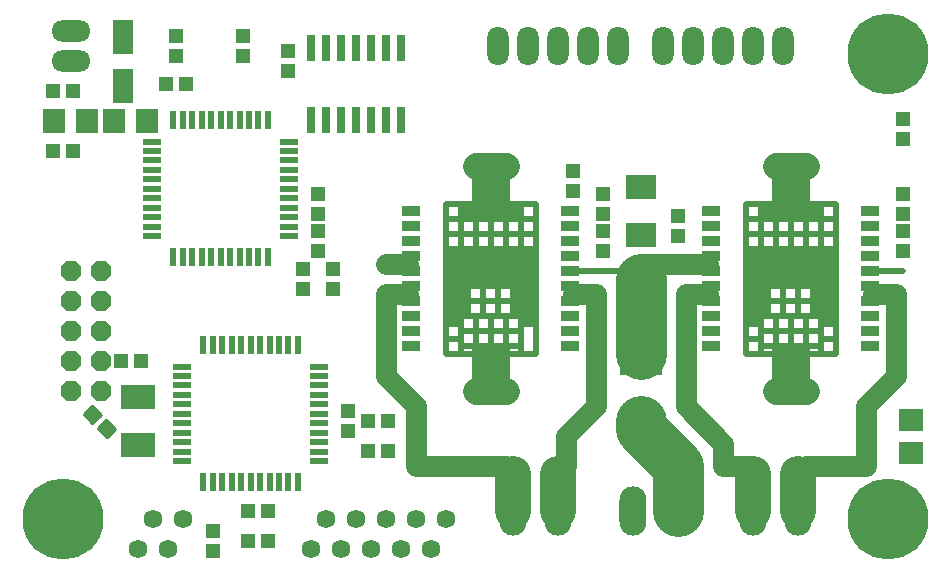
<source format=gts>
G75*
G70*
%OFA0B0*%
%FSLAX24Y24*%
%IPPOS*%
%LPD*%
%AMOC8*
5,1,8,0,0,1.08239X$1,22.5*
%
%ADD10C,0.0200*%
%ADD11C,0.0700*%
%ADD12C,0.1200*%
%ADD13C,0.0900*%
%ADD14C,0.1700*%
%ADD15R,0.0606X0.0331*%
%ADD16R,0.1272X0.1016*%
%ADD17C,0.2700*%
%ADD18R,0.0312X0.0852*%
%ADD19O,0.0712X0.1306*%
%ADD20R,0.0661X0.1134*%
%ADD21R,0.0472X0.0512*%
%ADD22R,0.0756X0.0836*%
%ADD23R,0.0512X0.0472*%
%ADD24O,0.1306X0.0712*%
%ADD25OC8,0.0672*%
%ADD26R,0.0236X0.0630*%
%ADD27R,0.0630X0.0236*%
%ADD28C,0.0624*%
%ADD29C,0.0094*%
%ADD30R,0.1140X0.0840*%
%ADD31O,0.0900X0.1650*%
%ADD32R,0.0991X0.0841*%
%ADD33R,0.1390X0.0898*%
%ADD34R,0.0836X0.0756*%
D10*
X017634Y008923D02*
X018134Y008923D01*
X018134Y009173D01*
X018634Y009173D01*
X018634Y010173D01*
X018384Y010173D01*
X018134Y010173D01*
X018134Y009923D01*
X018134Y009673D01*
X020134Y009673D01*
X020134Y009923D01*
X020134Y010173D01*
X019884Y010173D01*
X019634Y010173D01*
X019634Y009173D01*
X020134Y009173D01*
X020134Y009673D01*
X020134Y009923D02*
X020634Y009923D01*
X020634Y012423D01*
X017634Y012423D01*
X017634Y009923D01*
X018134Y009923D01*
X018134Y010012D02*
X017634Y010012D01*
X017634Y010210D02*
X018384Y010210D01*
X018384Y010173D02*
X018384Y011173D01*
X019884Y011173D01*
X019884Y010173D01*
X019884Y010210D02*
X020634Y010210D01*
X020634Y010012D02*
X020134Y010012D01*
X019884Y010409D02*
X020634Y010409D01*
X020634Y010608D02*
X019884Y010608D01*
X019884Y010673D02*
X018384Y010673D01*
X018384Y010608D02*
X017634Y010608D01*
X017634Y010806D02*
X018384Y010806D01*
X018384Y011005D02*
X017634Y011005D01*
X017634Y011203D02*
X020634Y011203D01*
X020634Y011005D02*
X019884Y011005D01*
X019884Y010806D02*
X020634Y010806D01*
X020634Y011402D02*
X017634Y011402D01*
X017634Y011600D02*
X020634Y011600D01*
X020634Y011799D02*
X017634Y011799D01*
X017634Y011997D02*
X020634Y011997D01*
X020634Y012196D02*
X017634Y012196D01*
X017634Y012394D02*
X020634Y012394D01*
X020134Y012423D02*
X020134Y013423D01*
X020634Y013423D01*
X020634Y012923D01*
X017634Y012923D01*
X017634Y009423D01*
X018134Y009423D01*
X018134Y009173D01*
X018134Y008923D02*
X020134Y008923D01*
X020134Y009173D01*
X020134Y008923D02*
X020634Y008923D01*
X020634Y012923D01*
X020634Y013423D02*
X020634Y013923D01*
X017634Y013923D01*
X017634Y013423D01*
X018134Y013423D01*
X018134Y012423D01*
X018634Y012423D02*
X018634Y013423D01*
X018134Y013423D02*
X020134Y013423D01*
X020134Y013923D01*
X018134Y013923D01*
X018134Y013423D01*
X018134Y013586D02*
X020134Y013586D01*
X020134Y013784D02*
X018134Y013784D01*
X017634Y013423D02*
X017634Y012923D01*
X019134Y012423D02*
X019134Y013423D01*
X019634Y013423D02*
X019634Y012423D01*
X019384Y011173D02*
X019384Y010173D01*
X019634Y010173D01*
X019384Y010173D02*
X019134Y010173D01*
X019134Y009173D01*
X019634Y009173D01*
X019134Y009173D02*
X018634Y009173D01*
X018134Y009423D02*
X018134Y009673D01*
X017634Y009423D02*
X017634Y008923D01*
X018634Y010173D02*
X018884Y010173D01*
X019134Y010173D01*
X018884Y010173D02*
X018884Y011173D01*
X018384Y010409D02*
X017634Y010409D01*
X021884Y011673D02*
X024134Y011673D01*
X027634Y011600D02*
X030634Y011600D01*
X030634Y011402D02*
X027634Y011402D01*
X027634Y011203D02*
X030634Y011203D01*
X030634Y011005D02*
X029884Y011005D01*
X029884Y011173D02*
X029884Y010173D01*
X029384Y010173D01*
X029384Y011173D01*
X028884Y011173D02*
X028884Y010173D01*
X028384Y010173D01*
X028384Y011173D01*
X029884Y011173D01*
X029884Y010806D02*
X030634Y010806D01*
X030634Y010608D02*
X029884Y010608D01*
X029884Y010673D02*
X028384Y010673D01*
X028384Y010608D02*
X027634Y010608D01*
X027634Y010806D02*
X028384Y010806D01*
X028384Y011005D02*
X027634Y011005D01*
X027634Y010409D02*
X028384Y010409D01*
X028384Y010210D02*
X027634Y010210D01*
X027634Y010012D02*
X028134Y010012D01*
X028134Y009923D02*
X028134Y010173D01*
X028384Y010173D01*
X028634Y010173D02*
X028634Y008923D01*
X029134Y008923D01*
X029134Y010173D01*
X029384Y010173D02*
X028884Y010173D01*
X029634Y010173D02*
X029634Y008923D01*
X030134Y008923D01*
X030134Y009173D01*
X028134Y009173D01*
X028134Y008923D01*
X028634Y008923D01*
X029134Y008923D02*
X029634Y008923D01*
X030134Y008923D02*
X030634Y008923D01*
X030634Y009423D01*
X030134Y009423D01*
X030134Y009173D01*
X030134Y009423D02*
X030134Y009673D01*
X028134Y009673D01*
X028134Y009423D01*
X028134Y009173D01*
X028134Y008923D02*
X027634Y008923D01*
X027634Y009423D01*
X028134Y009423D01*
X028134Y009673D02*
X028134Y009923D01*
X027634Y009923D01*
X027634Y012423D01*
X030634Y012423D01*
X030634Y009923D01*
X030134Y009923D01*
X030134Y009673D01*
X030134Y009923D02*
X030134Y010173D01*
X029884Y010173D01*
X029884Y010210D02*
X030634Y010210D01*
X030634Y010012D02*
X030134Y010012D01*
X029884Y010409D02*
X030634Y010409D01*
X030634Y009423D02*
X030634Y012923D01*
X027634Y012923D01*
X027634Y009423D01*
X027634Y011799D02*
X030634Y011799D01*
X030634Y011997D02*
X027634Y011997D01*
X027634Y012196D02*
X030634Y012196D01*
X030634Y012394D02*
X027634Y012394D01*
X028134Y012423D02*
X028134Y013423D01*
X027634Y013423D01*
X027634Y012923D01*
X027634Y013423D02*
X027634Y013923D01*
X030634Y013923D01*
X030634Y013423D01*
X030134Y013423D01*
X030134Y012423D01*
X029634Y012423D02*
X029634Y013423D01*
X030134Y013423D02*
X030134Y013923D01*
X028134Y013923D01*
X028134Y013423D01*
X030134Y013423D01*
X030134Y013586D02*
X028134Y013586D01*
X028134Y013784D02*
X030134Y013784D01*
X030634Y013423D02*
X030634Y012923D01*
X029134Y012423D02*
X029134Y013423D01*
X028634Y013423D02*
X028634Y012423D01*
X031884Y011673D02*
X032884Y011673D01*
D11*
X032634Y010923D02*
X031884Y010923D01*
X032634Y010923D02*
X032634Y008173D01*
X031634Y007173D01*
X031634Y005173D01*
X029634Y005173D01*
X027884Y005173D02*
X026884Y005173D01*
X026884Y005923D01*
X025634Y007173D01*
X025634Y010923D01*
X026384Y010923D01*
X026384Y011923D02*
X024134Y011923D01*
X022634Y010923D02*
X022634Y007173D01*
X021634Y006173D01*
X021634Y005173D01*
X019634Y005173D02*
X016634Y005173D01*
X016634Y007173D01*
X015634Y008173D01*
X015634Y010923D01*
X016384Y010923D01*
X016384Y011923D02*
X015634Y011923D01*
X021884Y010923D02*
X022634Y010923D01*
D12*
X021384Y004923D02*
X021384Y003673D01*
X019884Y003673D02*
X019884Y004923D01*
X027884Y004923D02*
X027884Y003673D01*
X029384Y003673D02*
X029384Y004923D01*
D13*
X029634Y007673D02*
X028634Y007673D01*
X019634Y007673D02*
X018634Y007673D01*
X018634Y015173D02*
X019634Y015173D01*
X028634Y015173D02*
X029634Y015173D01*
D14*
X024134Y011423D02*
X024134Y008923D01*
X024134Y006673D02*
X024134Y006423D01*
X025384Y005173D01*
X025384Y003673D01*
D15*
X026484Y009173D03*
X026484Y009673D03*
X026484Y010173D03*
X026484Y010673D03*
X026484Y011173D03*
X026484Y011673D03*
X026484Y012173D03*
X026484Y012673D03*
X026484Y013173D03*
X026484Y013673D03*
X021784Y013673D03*
X021784Y013173D03*
X021784Y012673D03*
X021784Y012173D03*
X021784Y011673D03*
X021784Y011173D03*
X021784Y010673D03*
X021784Y010173D03*
X021784Y009673D03*
X021784Y009173D03*
X016484Y009173D03*
X016484Y009673D03*
X016484Y010173D03*
X016484Y010673D03*
X016484Y011173D03*
X016484Y011673D03*
X016484Y012173D03*
X016484Y012673D03*
X016484Y013173D03*
X016484Y013673D03*
X031784Y013673D03*
X031784Y013173D03*
X031784Y012673D03*
X031784Y012173D03*
X031784Y011673D03*
X031784Y011173D03*
X031784Y010673D03*
X031784Y010173D03*
X031784Y009673D03*
X031784Y009173D03*
D16*
X029134Y008573D03*
X029134Y014273D03*
X019134Y014273D03*
X019134Y008573D03*
D17*
X004884Y003423D03*
X032384Y003423D03*
X032384Y018923D03*
D18*
X016134Y019133D03*
X015634Y019133D03*
X015134Y019133D03*
X014634Y019133D03*
X014134Y019133D03*
X013634Y019133D03*
X013134Y019133D03*
X013134Y016713D03*
X013634Y016713D03*
X014134Y016713D03*
X014634Y016713D03*
X015134Y016713D03*
X015634Y016713D03*
X016134Y016713D03*
D19*
X019384Y019173D03*
X020384Y019173D03*
X021384Y019173D03*
X022384Y019173D03*
X023384Y019173D03*
X024884Y019173D03*
X025884Y019173D03*
X026884Y019173D03*
X027884Y019173D03*
X028884Y019173D03*
D20*
X006884Y019480D03*
X006884Y017866D03*
D21*
X008634Y018838D03*
X008634Y019508D03*
X010884Y019508D03*
X010884Y018838D03*
X012384Y019008D03*
X012384Y018338D03*
X013384Y014258D03*
X013384Y013588D03*
X013384Y013008D03*
X013384Y012338D03*
X012884Y011758D03*
X013884Y011758D03*
X013884Y011088D03*
X012884Y011088D03*
X014384Y007008D03*
X014384Y006338D03*
X009884Y003008D03*
X009884Y002338D03*
X022884Y012338D03*
X022884Y013008D03*
X022884Y013588D03*
X022884Y014258D03*
X021884Y014338D03*
X021884Y015008D03*
X025384Y013508D03*
X025384Y012838D03*
X032884Y013008D03*
X032884Y013588D03*
X032884Y014258D03*
X032884Y016088D03*
X032884Y016758D03*
X032884Y012338D03*
D22*
X007694Y016673D03*
X006575Y016673D03*
X005694Y016673D03*
X004575Y016673D03*
D23*
X004550Y015673D03*
X005219Y015673D03*
X005219Y017673D03*
X004550Y017673D03*
X008300Y017923D03*
X008969Y017923D03*
X007469Y008673D03*
X006800Y008673D03*
X011050Y003673D03*
X011719Y003673D03*
X011719Y002673D03*
X011050Y002673D03*
X015050Y005673D03*
X015719Y005673D03*
X015719Y006673D03*
X015050Y006673D03*
D24*
X005134Y018673D03*
X005134Y019673D03*
D25*
X005134Y011673D03*
X006134Y011673D03*
X006134Y010673D03*
X005134Y010673D03*
X005134Y009673D03*
X006134Y009673D03*
X006134Y008673D03*
X005134Y008673D03*
X005134Y007673D03*
X006134Y007673D03*
D26*
X009560Y009207D03*
X009875Y009207D03*
X010190Y009207D03*
X010505Y009207D03*
X010820Y009207D03*
X011134Y009207D03*
X011449Y009207D03*
X011764Y009207D03*
X012079Y009207D03*
X012394Y009207D03*
X012709Y009207D03*
X011709Y012140D03*
X011394Y012140D03*
X011079Y012140D03*
X010764Y012140D03*
X010449Y012140D03*
X010134Y012140D03*
X009820Y012140D03*
X009505Y012140D03*
X009190Y012140D03*
X008875Y012140D03*
X008560Y012140D03*
X008560Y016707D03*
X008875Y016707D03*
X009190Y016707D03*
X009505Y016707D03*
X009820Y016707D03*
X010134Y016707D03*
X010449Y016707D03*
X010764Y016707D03*
X011079Y016707D03*
X011394Y016707D03*
X011709Y016707D03*
X011764Y004640D03*
X011449Y004640D03*
X011134Y004640D03*
X010820Y004640D03*
X010505Y004640D03*
X010190Y004640D03*
X009875Y004640D03*
X009560Y004640D03*
X012079Y004640D03*
X012394Y004640D03*
X012709Y004640D03*
D27*
X013418Y005348D03*
X013418Y005663D03*
X013418Y005978D03*
X013418Y006293D03*
X013418Y006608D03*
X013418Y006923D03*
X013418Y007238D03*
X013418Y007553D03*
X013418Y007868D03*
X013418Y008183D03*
X013418Y008498D03*
X008851Y008498D03*
X008851Y008183D03*
X008851Y007868D03*
X008851Y007553D03*
X008851Y007238D03*
X008851Y006923D03*
X008851Y006608D03*
X008851Y006293D03*
X008851Y005978D03*
X008851Y005663D03*
X008851Y005348D03*
X007851Y012848D03*
X007851Y013163D03*
X007851Y013478D03*
X007851Y013793D03*
X007851Y014108D03*
X007851Y014423D03*
X007851Y014738D03*
X007851Y015053D03*
X007851Y015368D03*
X007851Y015683D03*
X007851Y015998D03*
X012418Y015998D03*
X012418Y015683D03*
X012418Y015368D03*
X012418Y015053D03*
X012418Y014738D03*
X012418Y014423D03*
X012418Y014108D03*
X012418Y013793D03*
X012418Y013478D03*
X012418Y013163D03*
X012418Y012848D03*
D28*
X013634Y003423D03*
X014634Y003423D03*
X015634Y003423D03*
X016634Y003423D03*
X017634Y003423D03*
X017134Y002423D03*
X016134Y002423D03*
X015134Y002423D03*
X014134Y002423D03*
X013134Y002423D03*
X008884Y003423D03*
X007884Y003423D03*
X007384Y002423D03*
X008384Y002423D03*
D29*
X006335Y006155D02*
X006040Y006450D01*
X006307Y006717D01*
X006602Y006422D01*
X006335Y006155D01*
X006428Y006248D02*
X006242Y006248D01*
X006149Y006341D02*
X006521Y006341D01*
X006590Y006434D02*
X006056Y006434D01*
X006117Y006527D02*
X006497Y006527D01*
X006404Y006620D02*
X006210Y006620D01*
X006303Y006713D02*
X006311Y006713D01*
X005862Y006629D02*
X005567Y006924D01*
X005834Y007191D01*
X006129Y006896D01*
X005862Y006629D01*
X005955Y006722D02*
X005769Y006722D01*
X005676Y006815D02*
X006048Y006815D01*
X006117Y006908D02*
X005583Y006908D01*
X005644Y007001D02*
X006024Y007001D01*
X005931Y007094D02*
X005737Y007094D01*
X005830Y007187D02*
X005838Y007187D01*
D30*
X007384Y007473D03*
X007384Y005873D03*
D31*
X019884Y003673D03*
X021384Y003673D03*
X023884Y003673D03*
X025384Y003673D03*
X027884Y003673D03*
X029384Y003673D03*
D32*
X024134Y012874D03*
X024134Y014476D03*
D33*
X024134Y008638D03*
X024134Y006709D03*
D34*
X033134Y006733D03*
X033134Y005613D03*
M02*

</source>
